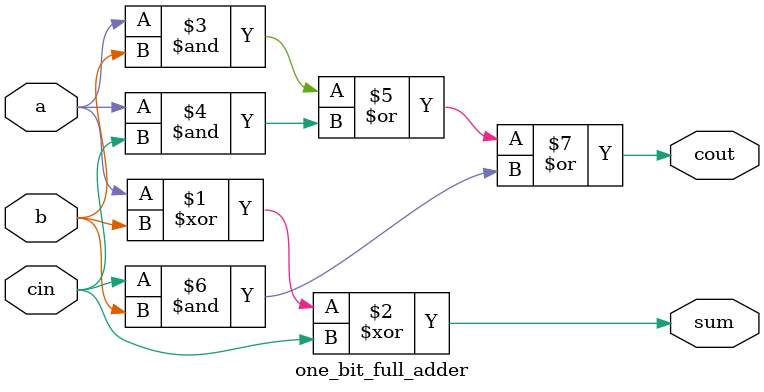
<source format=v>
module one_bit_full_adder (a, b, cin, sum, cout);

   input a;
   input b;
   input cin;

   output sum;
   wire sum;
   output cout;
   wire cout;
   
   assign sum = a^b^cin;
   assign cout = (a & b) | (a & cin) | (cin & b); 

endmodule
</source>
